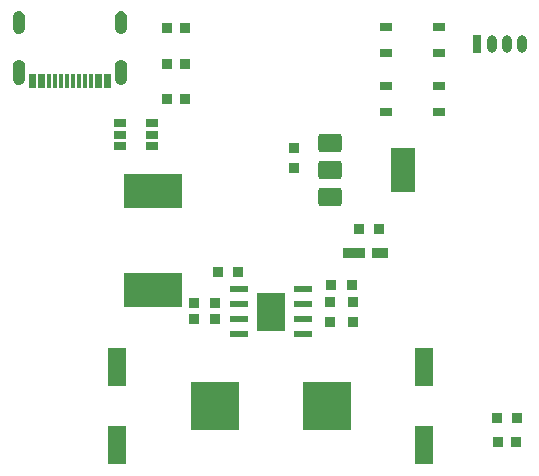
<source format=gtp>
G04*
G04 #@! TF.GenerationSoftware,Altium Limited,Altium Designer,23.4.1 (23)*
G04*
G04 Layer_Color=8421504*
%FSLAX44Y44*%
%MOMM*%
G71*
G04*
G04 #@! TF.SameCoordinates,A304BC4D-9FB2-49B5-AC17-4625EE1BC2B7*
G04*
G04*
G04 #@! TF.FilePolarity,Positive*
G04*
G01*
G75*
%ADD16R,0.8000X1.5000*%
G04:AMPARAMS|DCode=33|XSize=1.5mm|YSize=2mm|CornerRadius=0.1875mm|HoleSize=0mm|Usage=FLASHONLY|Rotation=270.000|XOffset=0mm|YOffset=0mm|HoleType=Round|Shape=RoundedRectangle|*
%AMROUNDEDRECTD33*
21,1,1.5000,1.6250,0,0,270.0*
21,1,1.1250,2.0000,0,0,270.0*
1,1,0.3750,-0.8125,-0.5625*
1,1,0.3750,-0.8125,0.5625*
1,1,0.3750,0.8125,0.5625*
1,1,0.3750,0.8125,-0.5625*
%
%ADD33ROUNDEDRECTD33*%
G04:AMPARAMS|DCode=34|XSize=3.8mm|YSize=2mm|CornerRadius=0.05mm|HoleSize=0mm|Usage=FLASHONLY|Rotation=270.000|XOffset=0mm|YOffset=0mm|HoleType=Round|Shape=RoundedRectangle|*
%AMROUNDEDRECTD34*
21,1,3.8000,1.9000,0,0,270.0*
21,1,3.7000,2.0000,0,0,270.0*
1,1,0.1000,-0.9500,-1.8500*
1,1,0.1000,-0.9500,1.8500*
1,1,0.1000,0.9500,1.8500*
1,1,0.1000,0.9500,-1.8500*
%
%ADD34ROUNDEDRECTD34*%
G04:AMPARAMS|DCode=35|XSize=0.6mm|YSize=1.1mm|CornerRadius=0.045mm|HoleSize=0mm|Usage=FLASHONLY|Rotation=90.000|XOffset=0mm|YOffset=0mm|HoleType=Round|Shape=RoundedRectangle|*
%AMROUNDEDRECTD35*
21,1,0.6000,1.0100,0,0,90.0*
21,1,0.5100,1.1000,0,0,90.0*
1,1,0.0900,0.5050,0.2550*
1,1,0.0900,0.5050,-0.2550*
1,1,0.0900,-0.5050,-0.2550*
1,1,0.0900,-0.5050,0.2550*
%
%ADD35ROUNDEDRECTD35*%
G04:AMPARAMS|DCode=36|XSize=0.9mm|YSize=0.8mm|CornerRadius=0.06mm|HoleSize=0mm|Usage=FLASHONLY|Rotation=180.000|XOffset=0mm|YOffset=0mm|HoleType=Round|Shape=RoundedRectangle|*
%AMROUNDEDRECTD36*
21,1,0.9000,0.6800,0,0,180.0*
21,1,0.7800,0.8000,0,0,180.0*
1,1,0.1200,-0.3900,0.3400*
1,1,0.1200,0.3900,0.3400*
1,1,0.1200,0.3900,-0.3400*
1,1,0.1200,-0.3900,-0.3400*
%
%ADD36ROUNDEDRECTD36*%
%ADD37R,1.8542X0.9398*%
%ADD38R,1.3208X0.8128*%
G04:AMPARAMS|DCode=39|XSize=0.9mm|YSize=0.8mm|CornerRadius=0.06mm|HoleSize=0mm|Usage=FLASHONLY|Rotation=270.000|XOffset=0mm|YOffset=0mm|HoleType=Round|Shape=RoundedRectangle|*
%AMROUNDEDRECTD39*
21,1,0.9000,0.6800,0,0,270.0*
21,1,0.7800,0.8000,0,0,270.0*
1,1,0.1200,-0.3400,-0.3900*
1,1,0.1200,-0.3400,0.3900*
1,1,0.1200,0.3400,0.3900*
1,1,0.1200,0.3400,-0.3900*
%
%ADD39ROUNDEDRECTD39*%
G04:AMPARAMS|DCode=40|XSize=0.5334mm|YSize=1.5mm|CornerRadius=0.0667mm|HoleSize=0mm|Usage=FLASHONLY|Rotation=90.000|XOffset=0mm|YOffset=0mm|HoleType=Round|Shape=RoundedRectangle|*
%AMROUNDEDRECTD40*
21,1,0.5334,1.3667,0,0,90.0*
21,1,0.4001,1.5000,0,0,90.0*
1,1,0.1333,0.6833,0.2000*
1,1,0.1333,0.6833,-0.2000*
1,1,0.1333,-0.6833,-0.2000*
1,1,0.1333,-0.6833,0.2000*
%
%ADD40ROUNDEDRECTD40*%
%ADD41R,2.4000X3.2000*%
%ADD42R,5.0000X3.0000*%
%ADD43R,1.4986X3.3020*%
%ADD44R,4.1000X4.1000*%
G04:AMPARAMS|DCode=45|XSize=0.8mm|YSize=0.9mm|CornerRadius=0.06mm|HoleSize=0mm|Usage=FLASHONLY|Rotation=0.000|XOffset=0mm|YOffset=0mm|HoleType=Round|Shape=RoundedRectangle|*
%AMROUNDEDRECTD45*
21,1,0.8000,0.7800,0,0,0.0*
21,1,0.6800,0.9000,0,0,0.0*
1,1,0.1200,0.3400,-0.3900*
1,1,0.1200,-0.3400,-0.3900*
1,1,0.1200,-0.3400,0.3900*
1,1,0.1200,0.3400,0.3900*
%
%ADD45ROUNDEDRECTD45*%
%ADD46R,0.6000X1.1500*%
%ADD47R,0.3000X1.1500*%
%ADD48O,0.8000X1.5000*%
%ADD49R,0.9906X0.7112*%
G36*
X89582Y393552D02*
X90989Y392146D01*
X91750Y390308D01*
Y389313D01*
Y380313D01*
Y379319D01*
X90989Y377481D01*
X89582Y376074D01*
X87745Y375313D01*
X85756D01*
X83918Y376074D01*
X82511Y377481D01*
X81750Y379319D01*
Y380313D01*
Y389313D01*
Y390308D01*
X82511Y392146D01*
X83918Y393552D01*
X85756Y394313D01*
X87745D01*
X89582Y393552D01*
D02*
G37*
G36*
Y352553D02*
X90989Y351147D01*
X91750Y349309D01*
Y348315D01*
Y337314D01*
Y336320D01*
X90989Y334482D01*
X89582Y333075D01*
X87745Y332314D01*
X85756D01*
X83918Y333075D01*
X82511Y334482D01*
X81750Y336320D01*
Y337314D01*
Y348315D01*
Y349309D01*
X82511Y351147D01*
X83918Y352553D01*
X85756Y353315D01*
X87745D01*
X89582Y352553D01*
D02*
G37*
G36*
X128999Y329436D02*
X125999D01*
Y340936D01*
X128999D01*
Y329436D01*
D02*
G37*
G36*
X124000D02*
X120999D01*
Y340936D01*
X124000D01*
Y329436D01*
D02*
G37*
G36*
X119000D02*
X116000D01*
Y340936D01*
X119000D01*
Y329436D01*
D02*
G37*
G36*
X114001D02*
X111000D01*
Y340936D01*
X114001D01*
Y329436D01*
D02*
G37*
G36*
X109000D02*
X103000D01*
Y340936D01*
X109000D01*
Y329436D01*
D02*
G37*
G36*
X101000D02*
X95000D01*
Y340936D01*
X101000D01*
Y329436D01*
D02*
G37*
G36*
X176082Y393552D02*
X177489Y392146D01*
X178250Y390308D01*
Y389313D01*
Y380313D01*
Y379319D01*
X177489Y377481D01*
X176082Y376074D01*
X174244Y375313D01*
X172255D01*
X170418Y376074D01*
X169011Y377481D01*
X168250Y379319D01*
Y380313D01*
Y389313D01*
Y390308D01*
X169011Y392146D01*
X170418Y393552D01*
X172255Y394313D01*
X174244D01*
X176082Y393552D01*
D02*
G37*
G36*
Y352553D02*
X177489Y351147D01*
X178250Y349309D01*
Y348315D01*
Y337314D01*
Y336320D01*
X177489Y334482D01*
X176082Y333075D01*
X174244Y332314D01*
X172255D01*
X170418Y333075D01*
X169011Y334482D01*
X168250Y336320D01*
Y337314D01*
Y348315D01*
Y349309D01*
X169011Y351147D01*
X170418Y352553D01*
X172255Y353315D01*
X174244D01*
X176082Y352553D01*
D02*
G37*
G36*
X165000Y329436D02*
X159000D01*
Y340936D01*
X165000D01*
Y329436D01*
D02*
G37*
G36*
X157000D02*
X151000D01*
Y340936D01*
X157000D01*
Y329436D01*
D02*
G37*
G36*
X148999D02*
X145999D01*
Y340936D01*
X148999D01*
Y329436D01*
D02*
G37*
G36*
X143999D02*
X140999D01*
Y340936D01*
X143999D01*
Y329436D01*
D02*
G37*
G36*
X138999D02*
X135999D01*
Y340936D01*
X138999D01*
Y329436D01*
D02*
G37*
G36*
X133999D02*
X130999D01*
Y340936D01*
X133999D01*
Y329436D01*
D02*
G37*
D16*
X474600Y367000D02*
D03*
D33*
X350000Y260000D02*
D03*
Y283000D02*
D03*
Y237000D02*
D03*
D34*
X412000Y260000D02*
D03*
D35*
X172500Y299500D02*
D03*
Y290000D02*
D03*
Y280500D02*
D03*
X199500D02*
D03*
Y290000D02*
D03*
Y299500D02*
D03*
D36*
X374500Y210000D02*
D03*
X391500D02*
D03*
X368500Y163000D02*
D03*
X351500D02*
D03*
X272500Y174000D02*
D03*
X255500D02*
D03*
X252500Y147000D02*
D03*
X235500D02*
D03*
X252500Y134000D02*
D03*
X235500D02*
D03*
X508500Y50000D02*
D03*
X491500D02*
D03*
D37*
X370221Y190000D02*
D03*
D38*
X392446D02*
D03*
D39*
X350000Y148500D02*
D03*
Y131500D02*
D03*
X370000D02*
D03*
Y148500D02*
D03*
X320000Y261500D02*
D03*
Y278500D02*
D03*
D40*
X327000Y133651D02*
D03*
Y146351D02*
D03*
Y159051D02*
D03*
Y120951D02*
D03*
X273000D02*
D03*
Y133651D02*
D03*
Y146351D02*
D03*
Y159051D02*
D03*
D41*
X300000Y140000D02*
D03*
D42*
X200000Y242000D02*
D03*
Y158000D02*
D03*
D43*
X170000Y26980D02*
D03*
Y93020D02*
D03*
X430000D02*
D03*
Y26980D02*
D03*
D44*
X347500Y60000D02*
D03*
X252500D02*
D03*
D45*
X227500Y320000D02*
D03*
X212500D02*
D03*
X227500Y350000D02*
D03*
X212500D02*
D03*
X227500Y380000D02*
D03*
X212500D02*
D03*
X507500Y30000D02*
D03*
X492500D02*
D03*
D46*
X98001Y335186D02*
D03*
X106000D02*
D03*
X154001D02*
D03*
X161999D02*
D03*
D47*
X117501D02*
D03*
X122499D02*
D03*
X127500D02*
D03*
X132499D02*
D03*
X137500D02*
D03*
X142499D02*
D03*
X147501D02*
D03*
X112500D02*
D03*
D48*
X512700Y367000D02*
D03*
X500000D02*
D03*
X487300D02*
D03*
D49*
X442500Y309250D02*
D03*
X397500D02*
D03*
X442500Y330750D02*
D03*
X397500D02*
D03*
Y380750D02*
D03*
X442500D02*
D03*
X397500Y359250D02*
D03*
X442500D02*
D03*
M02*

</source>
